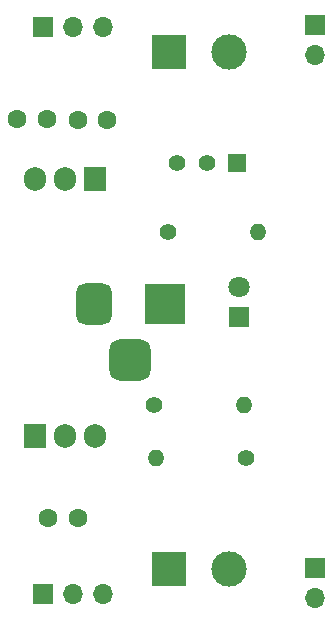
<source format=gbs>
%TF.GenerationSoftware,KiCad,Pcbnew,7.0.5*%
%TF.CreationDate,2023-06-26T08:29:16+05:30*%
%TF.ProjectId,Power supply pcb,506f7765-7220-4737-9570-706c79207063,rev?*%
%TF.SameCoordinates,Original*%
%TF.FileFunction,Soldermask,Bot*%
%TF.FilePolarity,Negative*%
%FSLAX46Y46*%
G04 Gerber Fmt 4.6, Leading zero omitted, Abs format (unit mm)*
G04 Created by KiCad (PCBNEW 7.0.5) date 2023-06-26 08:29:16*
%MOMM*%
%LPD*%
G01*
G04 APERTURE LIST*
G04 Aperture macros list*
%AMRoundRect*
0 Rectangle with rounded corners*
0 $1 Rounding radius*
0 $2 $3 $4 $5 $6 $7 $8 $9 X,Y pos of 4 corners*
0 Add a 4 corners polygon primitive as box body*
4,1,4,$2,$3,$4,$5,$6,$7,$8,$9,$2,$3,0*
0 Add four circle primitives for the rounded corners*
1,1,$1+$1,$2,$3*
1,1,$1+$1,$4,$5*
1,1,$1+$1,$6,$7*
1,1,$1+$1,$8,$9*
0 Add four rect primitives between the rounded corners*
20,1,$1+$1,$2,$3,$4,$5,0*
20,1,$1+$1,$4,$5,$6,$7,0*
20,1,$1+$1,$6,$7,$8,$9,0*
20,1,$1+$1,$8,$9,$2,$3,0*%
G04 Aperture macros list end*
%ADD10R,1.905000X2.000000*%
%ADD11O,1.905000X2.000000*%
%ADD12R,1.800000X1.800000*%
%ADD13C,1.800000*%
%ADD14C,1.600000*%
%ADD15R,1.700000X1.700000*%
%ADD16O,1.700000X1.700000*%
%ADD17R,3.000000X3.000000*%
%ADD18C,3.000000*%
%ADD19R,3.500000X3.500000*%
%ADD20RoundRect,0.750000X-0.750000X-1.000000X0.750000X-1.000000X0.750000X1.000000X-0.750000X1.000000X0*%
%ADD21RoundRect,0.875000X-0.875000X-0.875000X0.875000X-0.875000X0.875000X0.875000X-0.875000X0.875000X0*%
%ADD22R,1.524000X1.524000*%
%ADD23C,1.397000*%
%ADD24C,1.400000*%
%ADD25O,1.400000X1.400000*%
G04 APERTURE END LIST*
D10*
%TO.C,U2*%
X105638600Y-84099400D03*
D11*
X103098600Y-84099400D03*
X100558600Y-84099400D03*
%TD*%
D12*
%TO.C,D1*%
X117842000Y-95763000D03*
D13*
X117842000Y-93223000D03*
%TD*%
D14*
%TO.C,C1*%
X106654600Y-79070200D03*
X104154600Y-79070200D03*
%TD*%
D15*
%TO.C,J3*%
X124282200Y-71018400D03*
D16*
X124282200Y-73558400D03*
%TD*%
D15*
%TO.C,J5*%
X101219000Y-119202200D03*
D16*
X103759000Y-119202200D03*
X106299000Y-119202200D03*
%TD*%
D14*
%TO.C,C2*%
X101640000Y-112776000D03*
X104140000Y-112776000D03*
%TD*%
D17*
%TO.C,J4*%
X111887000Y-73380600D03*
D18*
X116967000Y-73380600D03*
%TD*%
D15*
%TO.C,J6*%
X124282200Y-117043200D03*
D16*
X124282200Y-119583200D03*
%TD*%
D19*
%TO.C,J1*%
X111556800Y-94716600D03*
D20*
X105556800Y-94716600D03*
D21*
X108556800Y-99416600D03*
%TD*%
D22*
%TO.C,S1*%
X117652800Y-82702400D03*
D23*
X115072800Y-82702400D03*
X112572800Y-82702400D03*
%TD*%
D24*
%TO.C,R2*%
X118364000Y-107721400D03*
D25*
X110744000Y-107721400D03*
%TD*%
D10*
%TO.C,U1*%
X100558600Y-105892600D03*
D11*
X103098600Y-105892600D03*
X105638600Y-105892600D03*
%TD*%
D24*
%TO.C,R1*%
X111760000Y-88544400D03*
D25*
X119380000Y-88544400D03*
%TD*%
D24*
%TO.C,R3*%
X110617000Y-103251000D03*
D25*
X118237000Y-103251000D03*
%TD*%
D17*
%TO.C,J7*%
X111887000Y-117094000D03*
D18*
X116967000Y-117094000D03*
%TD*%
D15*
%TO.C,J2*%
X101219000Y-71247000D03*
D16*
X103759000Y-71247000D03*
X106299000Y-71247000D03*
%TD*%
D14*
%TO.C,C3*%
X101549200Y-79044800D03*
X99049200Y-79044800D03*
%TD*%
M02*

</source>
